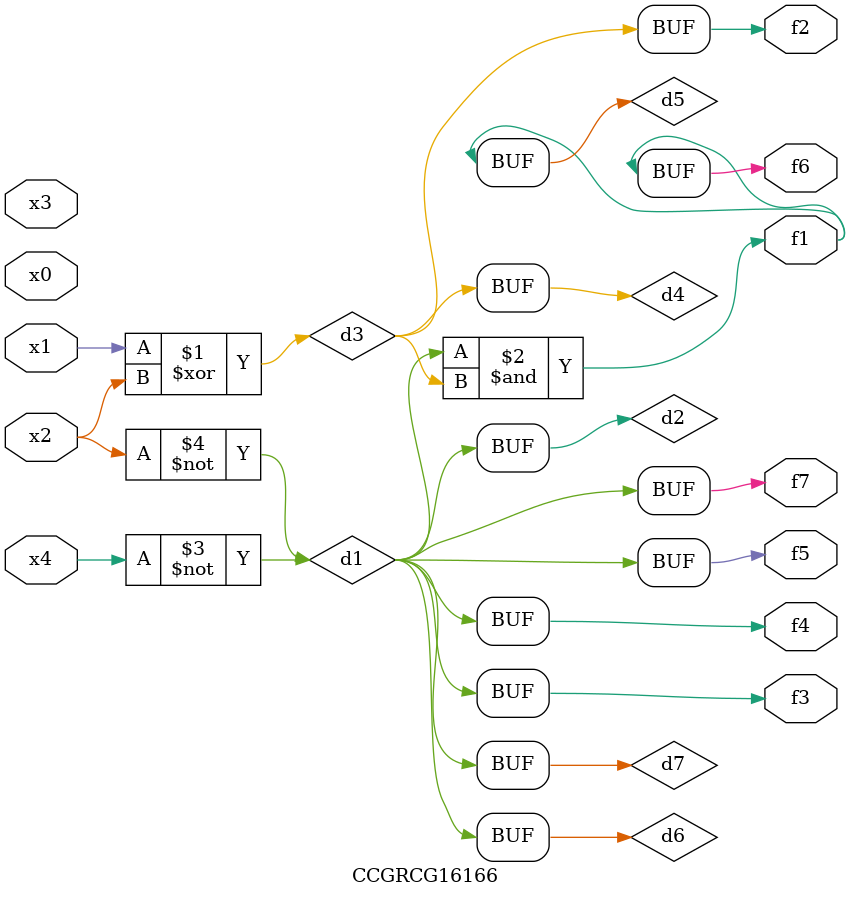
<source format=v>
module CCGRCG16166(
	input x0, x1, x2, x3, x4,
	output f1, f2, f3, f4, f5, f6, f7
);

	wire d1, d2, d3, d4, d5, d6, d7;

	not (d1, x4);
	not (d2, x2);
	xor (d3, x1, x2);
	buf (d4, d3);
	and (d5, d1, d3);
	buf (d6, d1, d2);
	buf (d7, d2);
	assign f1 = d5;
	assign f2 = d4;
	assign f3 = d7;
	assign f4 = d7;
	assign f5 = d7;
	assign f6 = d5;
	assign f7 = d7;
endmodule

</source>
